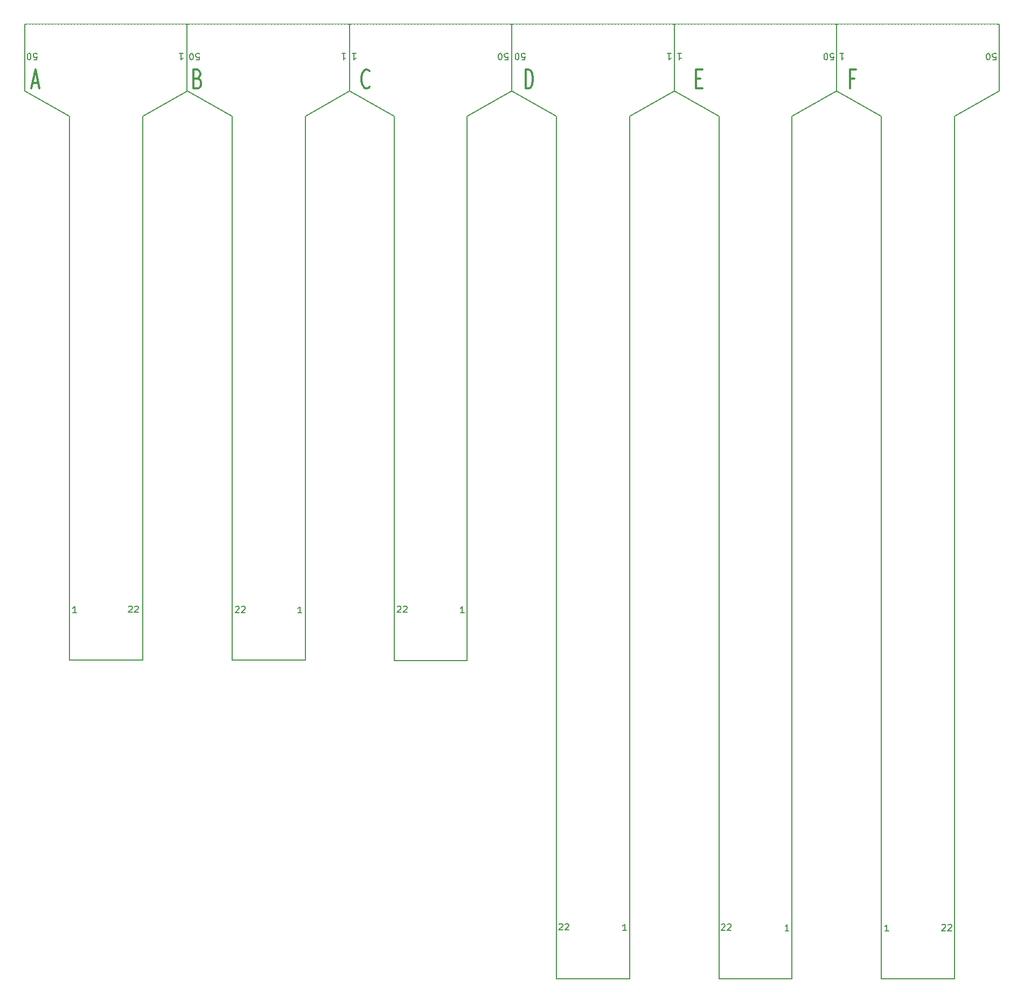
<source format=gbr>
%TF.GenerationSoftware,KiCad,Pcbnew,5.1.5+dfsg1-2~bpo10+1*%
%TF.CreationDate,2020-08-19T00:00:04+02:00*%
%TF.ProjectId,antmicro-alvium-flex-csi-adapter,616e746d-6963-4726-9f2d-616c7669756d,1.0.1*%
%TF.SameCoordinates,Original*%
%TF.FileFunction,Legend,Top*%
%TF.FilePolarity,Positive*%
%FSLAX46Y46*%
G04 Gerber Fmt 4.6, Leading zero omitted, Abs format (unit mm)*
G04 Created by KiCad (PCBNEW 5.1.5+dfsg1-2~bpo10+1) date 2020-08-19 00:00:04 commit e5c3baf*
%MOMM*%
%LPD*%
G04 APERTURE LIST*
%ADD10C,0.300000*%
%ADD11C,0.150000*%
%ADD12R,0.402000X4.102000*%
G04 APERTURE END LIST*
D10*
X280760714Y-73285714D02*
X280094047Y-73285714D01*
X280094047Y-74857142D02*
X280094047Y-71857142D01*
X281046428Y-71857142D01*
X255921428Y-73285714D02*
X256588095Y-73285714D01*
X256873809Y-74857142D02*
X255921428Y-74857142D01*
X255921428Y-71857142D01*
X256873809Y-71857142D01*
X229101190Y-74857142D02*
X229101190Y-71857142D01*
X229577380Y-71857142D01*
X229863095Y-72000000D01*
X230053571Y-72285714D01*
X230148809Y-72571428D01*
X230244047Y-73142857D01*
X230244047Y-73571428D01*
X230148809Y-74142857D01*
X230053571Y-74428571D01*
X229863095Y-74714285D01*
X229577380Y-74857142D01*
X229101190Y-74857142D01*
X204569047Y-74571428D02*
X204473809Y-74714285D01*
X204188095Y-74857142D01*
X203997619Y-74857142D01*
X203711904Y-74714285D01*
X203521428Y-74428571D01*
X203426190Y-74142857D01*
X203330952Y-73571428D01*
X203330952Y-73142857D01*
X203426190Y-72571428D01*
X203521428Y-72285714D01*
X203711904Y-72000000D01*
X203997619Y-71857142D01*
X204188095Y-71857142D01*
X204473809Y-72000000D01*
X204569047Y-72142857D01*
X177567857Y-73285714D02*
X177853571Y-73428571D01*
X177948809Y-73571428D01*
X178044047Y-73857142D01*
X178044047Y-74285714D01*
X177948809Y-74571428D01*
X177853571Y-74714285D01*
X177663095Y-74857142D01*
X176901190Y-74857142D01*
X176901190Y-71857142D01*
X177567857Y-71857142D01*
X177758333Y-72000000D01*
X177853571Y-72142857D01*
X177948809Y-72428571D01*
X177948809Y-72714285D01*
X177853571Y-73000000D01*
X177758333Y-73142857D01*
X177567857Y-73285714D01*
X176901190Y-73285714D01*
X151573809Y-74000000D02*
X152526190Y-74000000D01*
X151383333Y-74857142D02*
X152050000Y-71857142D01*
X152716666Y-74857142D01*
D11*
X183513095Y-156397619D02*
X183560714Y-156350000D01*
X183655952Y-156302380D01*
X183894047Y-156302380D01*
X183989285Y-156350000D01*
X184036904Y-156397619D01*
X184084523Y-156492857D01*
X184084523Y-156588095D01*
X184036904Y-156730952D01*
X183465476Y-157302380D01*
X184084523Y-157302380D01*
X184465476Y-156397619D02*
X184513095Y-156350000D01*
X184608333Y-156302380D01*
X184846428Y-156302380D01*
X184941666Y-156350000D01*
X184989285Y-156397619D01*
X185036904Y-156492857D01*
X185036904Y-156588095D01*
X184989285Y-156730952D01*
X184417857Y-157302380D01*
X185036904Y-157302380D01*
X208938095Y-156347619D02*
X208985714Y-156300000D01*
X209080952Y-156252380D01*
X209319047Y-156252380D01*
X209414285Y-156300000D01*
X209461904Y-156347619D01*
X209509523Y-156442857D01*
X209509523Y-156538095D01*
X209461904Y-156680952D01*
X208890476Y-157252380D01*
X209509523Y-157252380D01*
X209890476Y-156347619D02*
X209938095Y-156300000D01*
X210033333Y-156252380D01*
X210271428Y-156252380D01*
X210366666Y-156300000D01*
X210414285Y-156347619D01*
X210461904Y-156442857D01*
X210461904Y-156538095D01*
X210414285Y-156680952D01*
X209842857Y-157252380D01*
X210461904Y-157252380D01*
X234363095Y-206297619D02*
X234410714Y-206250000D01*
X234505952Y-206202380D01*
X234744047Y-206202380D01*
X234839285Y-206250000D01*
X234886904Y-206297619D01*
X234934523Y-206392857D01*
X234934523Y-206488095D01*
X234886904Y-206630952D01*
X234315476Y-207202380D01*
X234934523Y-207202380D01*
X235315476Y-206297619D02*
X235363095Y-206250000D01*
X235458333Y-206202380D01*
X235696428Y-206202380D01*
X235791666Y-206250000D01*
X235839285Y-206297619D01*
X235886904Y-206392857D01*
X235886904Y-206488095D01*
X235839285Y-206630952D01*
X235267857Y-207202380D01*
X235886904Y-207202380D01*
X259883195Y-206354619D02*
X259930814Y-206307000D01*
X260026052Y-206259380D01*
X260264147Y-206259380D01*
X260359385Y-206307000D01*
X260407004Y-206354619D01*
X260454623Y-206449857D01*
X260454623Y-206545095D01*
X260407004Y-206687952D01*
X259835576Y-207259380D01*
X260454623Y-207259380D01*
X260835576Y-206354619D02*
X260883195Y-206307000D01*
X260978433Y-206259380D01*
X261216528Y-206259380D01*
X261311766Y-206307000D01*
X261359385Y-206354619D01*
X261407004Y-206449857D01*
X261407004Y-206545095D01*
X261359385Y-206687952D01*
X260787957Y-207259380D01*
X261407004Y-207259380D01*
X193910714Y-157327380D02*
X193339285Y-157327380D01*
X193625000Y-157327380D02*
X193625000Y-156327380D01*
X193529761Y-156470238D01*
X193434523Y-156565476D01*
X193339285Y-156613095D01*
X219460714Y-157302380D02*
X218889285Y-157302380D01*
X219175000Y-157302380D02*
X219175000Y-156302380D01*
X219079761Y-156445238D01*
X218984523Y-156540476D01*
X218889285Y-156588095D01*
X244960714Y-207277380D02*
X244389285Y-207277380D01*
X244675000Y-207277380D02*
X244675000Y-206277380D01*
X244579761Y-206420238D01*
X244484523Y-206515476D01*
X244389285Y-206563095D01*
X270485714Y-207327380D02*
X269914285Y-207327380D01*
X270200000Y-207327380D02*
X270200000Y-206327380D01*
X270104761Y-206470238D01*
X270009523Y-206565476D01*
X269914285Y-206613095D01*
X285016000Y-214846000D02*
X296516000Y-214846000D01*
X303536000Y-64736000D02*
X303536000Y-75260000D01*
X278009000Y-75260000D02*
X285016000Y-79260000D01*
X278520785Y-69345619D02*
X279092214Y-69345619D01*
X278806500Y-69345619D02*
X278806500Y-70345619D01*
X278901738Y-70202761D01*
X278996976Y-70107523D01*
X279092214Y-70059904D01*
X296516000Y-79260000D02*
X303536000Y-75260000D01*
X285016000Y-214846000D02*
X285016000Y-79260000D01*
X286175214Y-207359380D02*
X285603785Y-207359380D01*
X285889500Y-207359380D02*
X285889500Y-206359380D01*
X285794261Y-206502238D01*
X285699023Y-206597476D01*
X285603785Y-206645095D01*
X294554595Y-206397619D02*
X294602214Y-206350000D01*
X294697452Y-206302380D01*
X294935547Y-206302380D01*
X295030785Y-206350000D01*
X295078404Y-206397619D01*
X295126023Y-206492857D01*
X295126023Y-206588095D01*
X295078404Y-206730952D01*
X294506976Y-207302380D01*
X295126023Y-207302380D01*
X295506976Y-206397619D02*
X295554595Y-206350000D01*
X295649833Y-206302380D01*
X295887928Y-206302380D01*
X295983166Y-206350000D01*
X296030785Y-206397619D01*
X296078404Y-206492857D01*
X296078404Y-206588095D01*
X296030785Y-206730952D01*
X295459357Y-207302380D01*
X296078404Y-207302380D01*
X296516000Y-214846000D02*
X296516000Y-79260000D01*
X278016000Y-64746000D02*
X278016000Y-75296000D01*
X302539595Y-70345619D02*
X303015785Y-70345619D01*
X303063404Y-69869428D01*
X303015785Y-69917047D01*
X302920547Y-69964666D01*
X302682452Y-69964666D01*
X302587214Y-69917047D01*
X302539595Y-69869428D01*
X302491976Y-69774190D01*
X302491976Y-69536095D01*
X302539595Y-69440857D01*
X302587214Y-69393238D01*
X302682452Y-69345619D01*
X302920547Y-69345619D01*
X303015785Y-69393238D01*
X303063404Y-69440857D01*
X301872928Y-70345619D02*
X301777690Y-70345619D01*
X301682452Y-70298000D01*
X301634833Y-70250380D01*
X301587214Y-70155142D01*
X301539595Y-69964666D01*
X301539595Y-69726571D01*
X301587214Y-69536095D01*
X301634833Y-69440857D01*
X301682452Y-69393238D01*
X301777690Y-69345619D01*
X301872928Y-69345619D01*
X301968166Y-69393238D01*
X302015785Y-69440857D01*
X302063404Y-69536095D01*
X302111023Y-69726571D01*
X302111023Y-69964666D01*
X302063404Y-70155142D01*
X302015785Y-70250380D01*
X301968166Y-70298000D01*
X301872928Y-70345619D01*
X174698285Y-69345619D02*
X175269714Y-69345619D01*
X174984000Y-69345619D02*
X174984000Y-70345619D01*
X175079238Y-70202761D01*
X175174476Y-70107523D01*
X175269714Y-70059904D01*
X151790595Y-70345619D02*
X152266785Y-70345619D01*
X152314404Y-69869428D01*
X152266785Y-69917047D01*
X152171547Y-69964666D01*
X151933452Y-69964666D01*
X151838214Y-69917047D01*
X151790595Y-69869428D01*
X151742976Y-69774190D01*
X151742976Y-69536095D01*
X151790595Y-69440857D01*
X151838214Y-69393238D01*
X151933452Y-69345619D01*
X152171547Y-69345619D01*
X152266785Y-69393238D01*
X152314404Y-69440857D01*
X151123928Y-70345619D02*
X151028690Y-70345619D01*
X150933452Y-70298000D01*
X150885833Y-70250380D01*
X150838214Y-70155142D01*
X150790595Y-69964666D01*
X150790595Y-69726571D01*
X150838214Y-69536095D01*
X150885833Y-69440857D01*
X150933452Y-69393238D01*
X151028690Y-69345619D01*
X151123928Y-69345619D01*
X151219166Y-69393238D01*
X151266785Y-69440857D01*
X151314404Y-69536095D01*
X151362023Y-69726571D01*
X151362023Y-69964666D01*
X151314404Y-70155142D01*
X151266785Y-70250380D01*
X151219166Y-70298000D01*
X151123928Y-70345619D01*
X158510714Y-157302380D02*
X157939285Y-157302380D01*
X158225000Y-157302380D02*
X158225000Y-156302380D01*
X158129761Y-156445238D01*
X158034523Y-156540476D01*
X157939285Y-156588095D01*
X166713095Y-156347619D02*
X166760714Y-156300000D01*
X166855952Y-156252380D01*
X167094047Y-156252380D01*
X167189285Y-156300000D01*
X167236904Y-156347619D01*
X167284523Y-156442857D01*
X167284523Y-156538095D01*
X167236904Y-156680952D01*
X166665476Y-157252380D01*
X167284523Y-157252380D01*
X167665476Y-156347619D02*
X167713095Y-156300000D01*
X167808333Y-156252380D01*
X168046428Y-156252380D01*
X168141666Y-156300000D01*
X168189285Y-156347619D01*
X168236904Y-156442857D01*
X168236904Y-156538095D01*
X168189285Y-156680952D01*
X167617857Y-157252380D01*
X168236904Y-157252380D01*
X168952000Y-79250000D02*
X175929000Y-75250000D01*
X150402000Y-64736000D02*
X150402000Y-75250000D01*
X157452000Y-164786000D02*
X168952000Y-164786000D01*
X157452000Y-164786000D02*
X157452000Y-79250000D01*
X175902000Y-64736000D02*
X175902000Y-75286000D01*
X168952000Y-164786000D02*
X168952000Y-79250000D01*
X150402000Y-75250000D02*
X157452000Y-79250000D01*
X277012595Y-70345619D02*
X277488785Y-70345619D01*
X277536404Y-69869428D01*
X277488785Y-69917047D01*
X277393547Y-69964666D01*
X277155452Y-69964666D01*
X277060214Y-69917047D01*
X277012595Y-69869428D01*
X276964976Y-69774190D01*
X276964976Y-69536095D01*
X277012595Y-69440857D01*
X277060214Y-69393238D01*
X277155452Y-69345619D01*
X277393547Y-69345619D01*
X277488785Y-69393238D01*
X277536404Y-69440857D01*
X276345928Y-70345619D02*
X276250690Y-70345619D01*
X276155452Y-70298000D01*
X276107833Y-70250380D01*
X276060214Y-70155142D01*
X276012595Y-69964666D01*
X276012595Y-69726571D01*
X276060214Y-69536095D01*
X276107833Y-69440857D01*
X276155452Y-69393238D01*
X276250690Y-69345619D01*
X276345928Y-69345619D01*
X276441166Y-69393238D01*
X276488785Y-69440857D01*
X276536404Y-69536095D01*
X276584023Y-69726571D01*
X276584023Y-69964666D01*
X276536404Y-70155142D01*
X276488785Y-70250380D01*
X276441166Y-70298000D01*
X276345928Y-70345619D01*
X228498595Y-70345619D02*
X228974785Y-70345619D01*
X229022404Y-69869428D01*
X228974785Y-69917047D01*
X228879547Y-69964666D01*
X228641452Y-69964666D01*
X228546214Y-69917047D01*
X228498595Y-69869428D01*
X228450976Y-69774190D01*
X228450976Y-69536095D01*
X228498595Y-69440857D01*
X228546214Y-69393238D01*
X228641452Y-69345619D01*
X228879547Y-69345619D01*
X228974785Y-69393238D01*
X229022404Y-69440857D01*
X227831928Y-70345619D02*
X227736690Y-70345619D01*
X227641452Y-70298000D01*
X227593833Y-70250380D01*
X227546214Y-70155142D01*
X227498595Y-69964666D01*
X227498595Y-69726571D01*
X227546214Y-69536095D01*
X227593833Y-69440857D01*
X227641452Y-69393238D01*
X227736690Y-69345619D01*
X227831928Y-69345619D01*
X227927166Y-69393238D01*
X227974785Y-69440857D01*
X228022404Y-69536095D01*
X228070023Y-69726571D01*
X228070023Y-69964666D01*
X228022404Y-70155142D01*
X227974785Y-70250380D01*
X227927166Y-70298000D01*
X227831928Y-70345619D01*
X225831595Y-70345619D02*
X226307785Y-70345619D01*
X226355404Y-69869428D01*
X226307785Y-69917047D01*
X226212547Y-69964666D01*
X225974452Y-69964666D01*
X225879214Y-69917047D01*
X225831595Y-69869428D01*
X225783976Y-69774190D01*
X225783976Y-69536095D01*
X225831595Y-69440857D01*
X225879214Y-69393238D01*
X225974452Y-69345619D01*
X226212547Y-69345619D01*
X226307785Y-69393238D01*
X226355404Y-69440857D01*
X225164928Y-70345619D02*
X225069690Y-70345619D01*
X224974452Y-70298000D01*
X224926833Y-70250380D01*
X224879214Y-70155142D01*
X224831595Y-69964666D01*
X224831595Y-69726571D01*
X224879214Y-69536095D01*
X224926833Y-69440857D01*
X224974452Y-69393238D01*
X225069690Y-69345619D01*
X225164928Y-69345619D01*
X225260166Y-69393238D01*
X225307785Y-69440857D01*
X225355404Y-69536095D01*
X225403023Y-69726571D01*
X225403023Y-69964666D01*
X225355404Y-70155142D01*
X225307785Y-70250380D01*
X225260166Y-70298000D01*
X225164928Y-70345619D01*
X252993785Y-69345619D02*
X253565214Y-69345619D01*
X253279500Y-69345619D02*
X253279500Y-70345619D01*
X253374738Y-70202761D01*
X253469976Y-70107523D01*
X253565214Y-70059904D01*
X251406285Y-69345619D02*
X251977714Y-69345619D01*
X251692000Y-69345619D02*
X251692000Y-70345619D01*
X251787238Y-70202761D01*
X251882476Y-70107523D01*
X251977714Y-70059904D01*
X201876285Y-69345619D02*
X202447714Y-69345619D01*
X202162000Y-69345619D02*
X202162000Y-70345619D01*
X202257238Y-70202761D01*
X202352476Y-70107523D01*
X202447714Y-70059904D01*
X177317595Y-70345619D02*
X177793785Y-70345619D01*
X177841404Y-69869428D01*
X177793785Y-69917047D01*
X177698547Y-69964666D01*
X177460452Y-69964666D01*
X177365214Y-69917047D01*
X177317595Y-69869428D01*
X177269976Y-69774190D01*
X177269976Y-69536095D01*
X177317595Y-69440857D01*
X177365214Y-69393238D01*
X177460452Y-69345619D01*
X177698547Y-69345619D01*
X177793785Y-69393238D01*
X177841404Y-69440857D01*
X176650928Y-70345619D02*
X176555690Y-70345619D01*
X176460452Y-70298000D01*
X176412833Y-70250380D01*
X176365214Y-70155142D01*
X176317595Y-69964666D01*
X176317595Y-69726571D01*
X176365214Y-69536095D01*
X176412833Y-69440857D01*
X176460452Y-69393238D01*
X176555690Y-69345619D01*
X176650928Y-69345619D01*
X176746166Y-69393238D01*
X176793785Y-69440857D01*
X176841404Y-69536095D01*
X176889023Y-69726571D01*
X176889023Y-69964666D01*
X176841404Y-70155142D01*
X176793785Y-70250380D01*
X176746166Y-70298000D01*
X176650928Y-70345619D01*
X200225285Y-69345619D02*
X200796714Y-69345619D01*
X200511000Y-69345619D02*
X200511000Y-70345619D01*
X200606238Y-70202761D01*
X200701476Y-70107523D01*
X200796714Y-70059904D01*
X233949000Y-214846000D02*
X233949000Y-79260000D01*
X252469000Y-75260000D02*
X259489000Y-79260000D01*
X252489000Y-64746000D02*
X252489000Y-75296000D01*
X270989000Y-214846000D02*
X270989000Y-79260000D01*
X259489000Y-214846000D02*
X270989000Y-214846000D01*
X259489000Y-214846000D02*
X259489000Y-79260000D01*
X270989000Y-79260000D02*
X278009000Y-75260000D01*
X226949000Y-75250000D02*
X233949000Y-79260000D01*
X226949000Y-64746000D02*
X226949000Y-75296000D01*
X233949000Y-214846000D02*
X245449000Y-214846000D01*
X245449000Y-214846000D02*
X245449000Y-79260000D01*
X245449000Y-79260000D02*
X252469000Y-75260000D01*
X201429000Y-64736000D02*
X201429000Y-75286000D01*
X208429000Y-79250000D02*
X201429000Y-75250000D01*
X219929000Y-79250000D02*
X226949000Y-75250000D01*
X208429000Y-164836000D02*
X208429000Y-79250000D01*
X219929000Y-164836000D02*
X219929000Y-79250000D01*
X208429000Y-164836000D02*
X219929000Y-164836000D01*
X194479000Y-79250000D02*
X201429000Y-75250000D01*
X175929000Y-75250000D02*
X182979000Y-79250000D01*
X194479000Y-164786000D02*
X194479000Y-79250000D01*
X182979000Y-164786000D02*
X182979000Y-79250000D01*
X182979000Y-164786000D02*
X194479000Y-164786000D01*
X150402000Y-64736000D02*
X303536000Y-64736000D01*
%LPC*%
D12*
X295990500Y-212673000D03*
X295490500Y-212673000D03*
X294990500Y-212673000D03*
X294490500Y-212673000D03*
X293990500Y-212673000D03*
X293490500Y-212673000D03*
X292990500Y-212673000D03*
X292490500Y-212673000D03*
X291990500Y-212673000D03*
X291490500Y-212673000D03*
X290990500Y-212673000D03*
X290490500Y-212673000D03*
X289990500Y-212673000D03*
X289490500Y-212673000D03*
X288990500Y-212673000D03*
X288490500Y-212673000D03*
X287990500Y-212673000D03*
X287490500Y-212673000D03*
X286990500Y-212673000D03*
X286490500Y-212673000D03*
X285990500Y-212673000D03*
X285490500Y-212673000D03*
X278477000Y-66750000D03*
X278977000Y-66750000D03*
X279477000Y-66750000D03*
X279977000Y-66750000D03*
X280477000Y-66750000D03*
X280977000Y-66750000D03*
X281477000Y-66750000D03*
X281977000Y-66750000D03*
X282477000Y-66750000D03*
X282977000Y-66750000D03*
X283477000Y-66750000D03*
X283977000Y-66750000D03*
X284477000Y-66750000D03*
X284977000Y-66750000D03*
X285477000Y-66750000D03*
X285977000Y-66750000D03*
X286477000Y-66750000D03*
X286977000Y-66750000D03*
X287477000Y-66750000D03*
X287977000Y-66750000D03*
X288477000Y-66750000D03*
X288977000Y-66750000D03*
X289477000Y-66750000D03*
X289977000Y-66750000D03*
X290477000Y-66750000D03*
X290977000Y-66750000D03*
X291477000Y-66750000D03*
X291977000Y-66750000D03*
X292477000Y-66750000D03*
X292977000Y-66750000D03*
X293477000Y-66750000D03*
X293977000Y-66750000D03*
X294477000Y-66750000D03*
X294977000Y-66750000D03*
X295477000Y-66750000D03*
X295977000Y-66750000D03*
X296477000Y-66750000D03*
X296977000Y-66750000D03*
X297477000Y-66750000D03*
X297977000Y-66750000D03*
X298477000Y-66750000D03*
X298977000Y-66750000D03*
X299477000Y-66750000D03*
X299977000Y-66750000D03*
X300477000Y-66750000D03*
X300977000Y-66750000D03*
X301477000Y-66750000D03*
X301977000Y-66750000D03*
X302477000Y-66750000D03*
X302977000Y-66750000D03*
X168423000Y-162648500D03*
X167923000Y-162648500D03*
X167423000Y-162648500D03*
X166923000Y-162648500D03*
X166423000Y-162648500D03*
X165923000Y-162648500D03*
X165423000Y-162648500D03*
X164923000Y-162648500D03*
X164423000Y-162648500D03*
X163923000Y-162648500D03*
X163423000Y-162648500D03*
X162923000Y-162648500D03*
X162423000Y-162648500D03*
X161923000Y-162648500D03*
X161423000Y-162648500D03*
X160923000Y-162648500D03*
X160423000Y-162648500D03*
X159923000Y-162648500D03*
X159423000Y-162648500D03*
X158923000Y-162648500D03*
X158423000Y-162648500D03*
X157923000Y-162648500D03*
X175423000Y-66750000D03*
X174923000Y-66750000D03*
X174423000Y-66750000D03*
X173923000Y-66750000D03*
X173423000Y-66750000D03*
X172923000Y-66750000D03*
X172423000Y-66750000D03*
X171923000Y-66750000D03*
X171423000Y-66750000D03*
X170923000Y-66750000D03*
X170423000Y-66750000D03*
X169923000Y-66750000D03*
X169423000Y-66750000D03*
X168923000Y-66750000D03*
X168423000Y-66750000D03*
X167923000Y-66750000D03*
X167423000Y-66750000D03*
X166923000Y-66750000D03*
X166423000Y-66750000D03*
X165923000Y-66750000D03*
X165423000Y-66750000D03*
X164923000Y-66750000D03*
X164423000Y-66750000D03*
X163923000Y-66750000D03*
X163423000Y-66750000D03*
X162923000Y-66750000D03*
X162423000Y-66750000D03*
X161923000Y-66750000D03*
X161423000Y-66750000D03*
X160923000Y-66750000D03*
X160423000Y-66750000D03*
X159923000Y-66750000D03*
X159423000Y-66750000D03*
X158923000Y-66750000D03*
X158423000Y-66750000D03*
X157923000Y-66750000D03*
X157423000Y-66750000D03*
X156923000Y-66750000D03*
X156423000Y-66750000D03*
X155923000Y-66750000D03*
X155423000Y-66750000D03*
X154923000Y-66750000D03*
X154423000Y-66750000D03*
X153923000Y-66750000D03*
X153423000Y-66750000D03*
X152923000Y-66750000D03*
X152423000Y-66750000D03*
X151923000Y-66750000D03*
X151423000Y-66750000D03*
X150923000Y-66750000D03*
X277450000Y-66750000D03*
X276950000Y-66750000D03*
X276450000Y-66750000D03*
X275950000Y-66750000D03*
X275450000Y-66750000D03*
X274950000Y-66750000D03*
X274450000Y-66750000D03*
X273950000Y-66750000D03*
X273450000Y-66750000D03*
X272950000Y-66750000D03*
X272450000Y-66750000D03*
X271950000Y-66750000D03*
X271450000Y-66750000D03*
X270950000Y-66750000D03*
X270450000Y-66750000D03*
X269950000Y-66750000D03*
X269450000Y-66750000D03*
X268950000Y-66750000D03*
X268450000Y-66750000D03*
X267950000Y-66750000D03*
X267450000Y-66750000D03*
X266950000Y-66750000D03*
X266450000Y-66750000D03*
X265950000Y-66750000D03*
X265450000Y-66750000D03*
X264950000Y-66750000D03*
X264450000Y-66750000D03*
X263950000Y-66750000D03*
X263450000Y-66750000D03*
X262950000Y-66750000D03*
X262450000Y-66750000D03*
X261950000Y-66750000D03*
X261450000Y-66750000D03*
X260950000Y-66750000D03*
X260450000Y-66750000D03*
X259950000Y-66750000D03*
X259450000Y-66750000D03*
X258950000Y-66750000D03*
X258450000Y-66750000D03*
X257950000Y-66750000D03*
X257450000Y-66750000D03*
X256950000Y-66750000D03*
X256450000Y-66750000D03*
X255950000Y-66750000D03*
X255450000Y-66750000D03*
X254950000Y-66750000D03*
X254450000Y-66750000D03*
X253950000Y-66750000D03*
X253450000Y-66750000D03*
X252950000Y-66750000D03*
X227450000Y-66750000D03*
X227950000Y-66750000D03*
X228450000Y-66750000D03*
X228950000Y-66750000D03*
X229450000Y-66750000D03*
X229950000Y-66750000D03*
X230450000Y-66750000D03*
X230950000Y-66750000D03*
X231450000Y-66750000D03*
X231950000Y-66750000D03*
X232450000Y-66750000D03*
X232950000Y-66750000D03*
X233450000Y-66750000D03*
X233950000Y-66750000D03*
X234450000Y-66750000D03*
X234950000Y-66750000D03*
X235450000Y-66750000D03*
X235950000Y-66750000D03*
X236450000Y-66750000D03*
X236950000Y-66750000D03*
X237450000Y-66750000D03*
X237950000Y-66750000D03*
X238450000Y-66750000D03*
X238950000Y-66750000D03*
X239450000Y-66750000D03*
X239950000Y-66750000D03*
X240450000Y-66750000D03*
X240950000Y-66750000D03*
X241450000Y-66750000D03*
X241950000Y-66750000D03*
X242450000Y-66750000D03*
X242950000Y-66750000D03*
X243450000Y-66750000D03*
X243950000Y-66750000D03*
X244450000Y-66750000D03*
X244950000Y-66750000D03*
X245450000Y-66750000D03*
X245950000Y-66750000D03*
X246450000Y-66750000D03*
X246950000Y-66750000D03*
X247450000Y-66750000D03*
X247950000Y-66750000D03*
X248450000Y-66750000D03*
X248950000Y-66750000D03*
X249450000Y-66750000D03*
X249950000Y-66750000D03*
X250450000Y-66750000D03*
X250950000Y-66750000D03*
X251450000Y-66750000D03*
X251950000Y-66750000D03*
X226450000Y-66750000D03*
X225950000Y-66750000D03*
X225450000Y-66750000D03*
X224950000Y-66750000D03*
X224450000Y-66750000D03*
X223950000Y-66750000D03*
X223450000Y-66750000D03*
X222950000Y-66750000D03*
X222450000Y-66750000D03*
X221950000Y-66750000D03*
X221450000Y-66750000D03*
X220950000Y-66750000D03*
X220450000Y-66750000D03*
X219950000Y-66750000D03*
X219450000Y-66750000D03*
X218950000Y-66750000D03*
X218450000Y-66750000D03*
X217950000Y-66750000D03*
X217450000Y-66750000D03*
X216950000Y-66750000D03*
X216450000Y-66750000D03*
X215950000Y-66750000D03*
X215450000Y-66750000D03*
X214950000Y-66750000D03*
X214450000Y-66750000D03*
X213950000Y-66750000D03*
X213450000Y-66750000D03*
X212950000Y-66750000D03*
X212450000Y-66750000D03*
X211950000Y-66750000D03*
X211450000Y-66750000D03*
X210950000Y-66750000D03*
X210450000Y-66750000D03*
X209950000Y-66750000D03*
X209450000Y-66750000D03*
X208950000Y-66750000D03*
X208450000Y-66750000D03*
X207950000Y-66750000D03*
X207450000Y-66750000D03*
X206950000Y-66750000D03*
X206450000Y-66750000D03*
X205950000Y-66750000D03*
X205450000Y-66750000D03*
X204950000Y-66750000D03*
X204450000Y-66750000D03*
X203950000Y-66750000D03*
X203450000Y-66750000D03*
X202950000Y-66750000D03*
X202450000Y-66750000D03*
X201950000Y-66750000D03*
X176450000Y-66750000D03*
X176950000Y-66750000D03*
X177450000Y-66750000D03*
X177950000Y-66750000D03*
X178450000Y-66750000D03*
X178950000Y-66750000D03*
X179450000Y-66750000D03*
X179950000Y-66750000D03*
X180450000Y-66750000D03*
X180950000Y-66750000D03*
X181450000Y-66750000D03*
X181950000Y-66750000D03*
X182450000Y-66750000D03*
X182950000Y-66750000D03*
X183450000Y-66750000D03*
X183950000Y-66750000D03*
X184450000Y-66750000D03*
X184950000Y-66750000D03*
X185450000Y-66750000D03*
X185950000Y-66750000D03*
X186450000Y-66750000D03*
X186950000Y-66750000D03*
X187450000Y-66750000D03*
X187950000Y-66750000D03*
X188450000Y-66750000D03*
X188950000Y-66750000D03*
X189450000Y-66750000D03*
X189950000Y-66750000D03*
X190450000Y-66750000D03*
X190950000Y-66750000D03*
X191450000Y-66750000D03*
X191950000Y-66750000D03*
X192450000Y-66750000D03*
X192950000Y-66750000D03*
X193450000Y-66750000D03*
X193950000Y-66750000D03*
X194450000Y-66750000D03*
X194950000Y-66750000D03*
X195450000Y-66750000D03*
X195950000Y-66750000D03*
X196450000Y-66750000D03*
X196950000Y-66750000D03*
X197450000Y-66750000D03*
X197950000Y-66750000D03*
X198450000Y-66750000D03*
X198950000Y-66750000D03*
X199450000Y-66750000D03*
X199950000Y-66750000D03*
X200450000Y-66750000D03*
X200950000Y-66750000D03*
M02*

</source>
